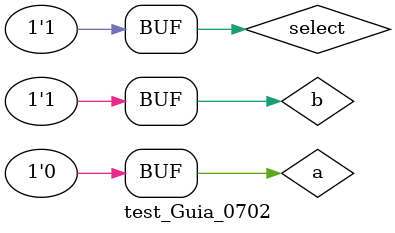
<source format=v>
module Guia_0702 (input a, input b, input select, output out);

  wire or_out, nor_out;

  // Portas NATIVAS para implementar operações lógicas
  or OR1 (or_out, a, b);
  nor NOR1 (nor_out, a, b);

  // Seleção da saída
  assign out = (select) ? nor_out : or_out;

endmodule

module test_Guia_0702;

  reg a, b, select;
  wire out;

  Guia_0702 uut (a, b, select, out);

  initial begin
    $display(" a b sel out");
    a = 1'b0; b = 1'b1; select = 1'b0;

    // Projetar testes do módulo
    #1 $monitor("%b %b %b %b", a, b, select, out);
    #1 select = 1'b1;
  end

endmodule

</source>
